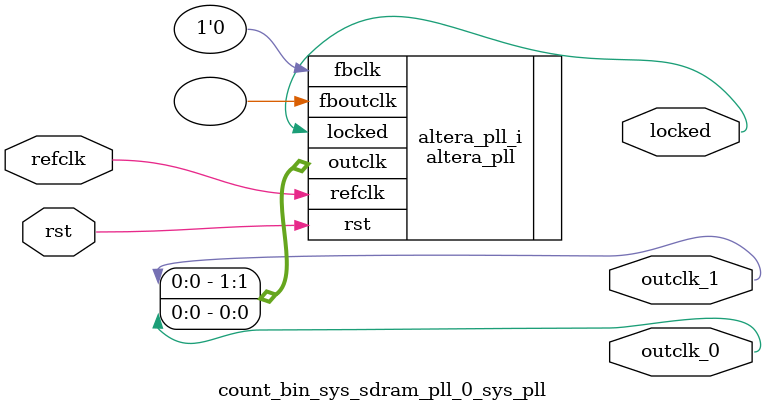
<source format=v>
`timescale 1ns/10ps
module  count_bin_sys_sdram_pll_0_sys_pll(

	// interface 'refclk'
	input wire refclk,

	// interface 'reset'
	input wire rst,

	// interface 'outclk0'
	output wire outclk_0,

	// interface 'outclk1'
	output wire outclk_1,

	// interface 'locked'
	output wire locked
);

	altera_pll #(
		.fractional_vco_multiplier("false"),
		.reference_clock_frequency("50.0 MHz"),
		.operation_mode("direct"),
		.number_of_clocks(2),
		.output_clock_frequency0("50.000000 MHz"),
		.phase_shift0("0 ps"),
		.duty_cycle0(50),
		.output_clock_frequency1("50.000000 MHz"),
		.phase_shift1("-3000 ps"),
		.duty_cycle1(50),
		.output_clock_frequency2("0 MHz"),
		.phase_shift2("0 ps"),
		.duty_cycle2(50),
		.output_clock_frequency3("0 MHz"),
		.phase_shift3("0 ps"),
		.duty_cycle3(50),
		.output_clock_frequency4("0 MHz"),
		.phase_shift4("0 ps"),
		.duty_cycle4(50),
		.output_clock_frequency5("0 MHz"),
		.phase_shift5("0 ps"),
		.duty_cycle5(50),
		.output_clock_frequency6("0 MHz"),
		.phase_shift6("0 ps"),
		.duty_cycle6(50),
		.output_clock_frequency7("0 MHz"),
		.phase_shift7("0 ps"),
		.duty_cycle7(50),
		.output_clock_frequency8("0 MHz"),
		.phase_shift8("0 ps"),
		.duty_cycle8(50),
		.output_clock_frequency9("0 MHz"),
		.phase_shift9("0 ps"),
		.duty_cycle9(50),
		.output_clock_frequency10("0 MHz"),
		.phase_shift10("0 ps"),
		.duty_cycle10(50),
		.output_clock_frequency11("0 MHz"),
		.phase_shift11("0 ps"),
		.duty_cycle11(50),
		.output_clock_frequency12("0 MHz"),
		.phase_shift12("0 ps"),
		.duty_cycle12(50),
		.output_clock_frequency13("0 MHz"),
		.phase_shift13("0 ps"),
		.duty_cycle13(50),
		.output_clock_frequency14("0 MHz"),
		.phase_shift14("0 ps"),
		.duty_cycle14(50),
		.output_clock_frequency15("0 MHz"),
		.phase_shift15("0 ps"),
		.duty_cycle15(50),
		.output_clock_frequency16("0 MHz"),
		.phase_shift16("0 ps"),
		.duty_cycle16(50),
		.output_clock_frequency17("0 MHz"),
		.phase_shift17("0 ps"),
		.duty_cycle17(50),
		.pll_type("General"),
		.pll_subtype("General")
	) altera_pll_i (
		.rst	(rst),
		.outclk	({outclk_1, outclk_0}),
		.locked	(locked),
		.fboutclk	( ),
		.fbclk	(1'b0),
		.refclk	(refclk)
	);
endmodule


</source>
